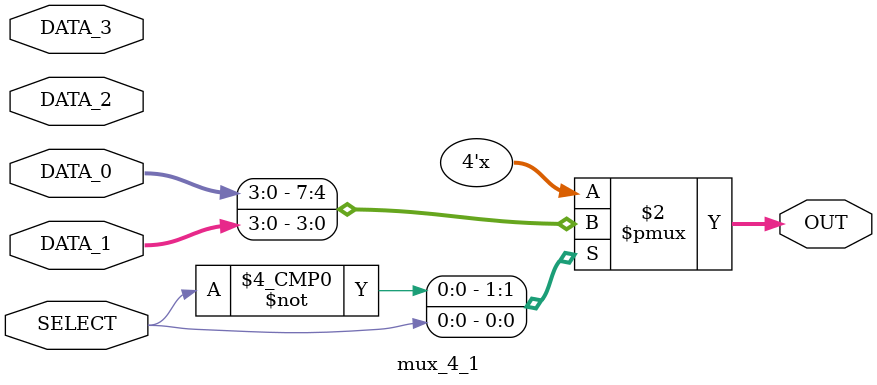
<source format=v>
module mux_4_1 #(parameter W = 4)(
  input wire [W-1:0] DATA_0,
  input wire [W-1:0] DATA_1,
  input wire [W-1:0] DATA_2,
  input wire [W-1:0] DATA_3,
  input wire SELECT,
  output reg[W-1:0] OUT
);

always @(*) begin
	case (SELECT)
		2'b00: OUT = DATA_0;
		2'b01: OUT = DATA_1;
		2'b10: OUT = DATA_2;
		2'b11: OUT = DATA_3;
	endcase
end
endmodule
</source>
